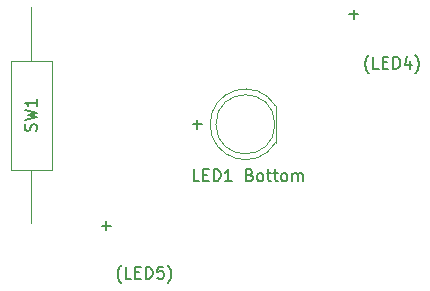
<source format=gbr>
%TF.GenerationSoftware,KiCad,Pcbnew,7.0.10*%
%TF.CreationDate,2024-03-05T20:04:54+01:00*%
%TF.ProjectId,spaceEggs,73706163-6545-4676-9773-2e6b69636164,rev?*%
%TF.SameCoordinates,Original*%
%TF.FileFunction,Legend,Top*%
%TF.FilePolarity,Positive*%
%FSLAX46Y46*%
G04 Gerber Fmt 4.6, Leading zero omitted, Abs format (unit mm)*
G04 Created by KiCad (PCBNEW 7.0.10) date 2024-03-05 20:04:54*
%MOMM*%
%LPD*%
G01*
G04 APERTURE LIST*
%ADD10C,0.150000*%
%ADD11C,0.120000*%
G04 APERTURE END LIST*
D10*
X115812969Y-67814819D02*
X115336779Y-67814819D01*
X115336779Y-67814819D02*
X115336779Y-66814819D01*
X116146303Y-67291009D02*
X116479636Y-67291009D01*
X116622493Y-67814819D02*
X116146303Y-67814819D01*
X116146303Y-67814819D02*
X116146303Y-66814819D01*
X116146303Y-66814819D02*
X116622493Y-66814819D01*
X117051065Y-67814819D02*
X117051065Y-66814819D01*
X117051065Y-66814819D02*
X117289160Y-66814819D01*
X117289160Y-66814819D02*
X117432017Y-66862438D01*
X117432017Y-66862438D02*
X117527255Y-66957676D01*
X117527255Y-66957676D02*
X117574874Y-67052914D01*
X117574874Y-67052914D02*
X117622493Y-67243390D01*
X117622493Y-67243390D02*
X117622493Y-67386247D01*
X117622493Y-67386247D02*
X117574874Y-67576723D01*
X117574874Y-67576723D02*
X117527255Y-67671961D01*
X117527255Y-67671961D02*
X117432017Y-67767200D01*
X117432017Y-67767200D02*
X117289160Y-67814819D01*
X117289160Y-67814819D02*
X117051065Y-67814819D01*
X118574874Y-67814819D02*
X118003446Y-67814819D01*
X118289160Y-67814819D02*
X118289160Y-66814819D01*
X118289160Y-66814819D02*
X118193922Y-66957676D01*
X118193922Y-66957676D02*
X118098684Y-67052914D01*
X118098684Y-67052914D02*
X118003446Y-67100533D01*
X120098684Y-67291009D02*
X120241541Y-67338628D01*
X120241541Y-67338628D02*
X120289160Y-67386247D01*
X120289160Y-67386247D02*
X120336779Y-67481485D01*
X120336779Y-67481485D02*
X120336779Y-67624342D01*
X120336779Y-67624342D02*
X120289160Y-67719580D01*
X120289160Y-67719580D02*
X120241541Y-67767200D01*
X120241541Y-67767200D02*
X120146303Y-67814819D01*
X120146303Y-67814819D02*
X119765351Y-67814819D01*
X119765351Y-67814819D02*
X119765351Y-66814819D01*
X119765351Y-66814819D02*
X120098684Y-66814819D01*
X120098684Y-66814819D02*
X120193922Y-66862438D01*
X120193922Y-66862438D02*
X120241541Y-66910057D01*
X120241541Y-66910057D02*
X120289160Y-67005295D01*
X120289160Y-67005295D02*
X120289160Y-67100533D01*
X120289160Y-67100533D02*
X120241541Y-67195771D01*
X120241541Y-67195771D02*
X120193922Y-67243390D01*
X120193922Y-67243390D02*
X120098684Y-67291009D01*
X120098684Y-67291009D02*
X119765351Y-67291009D01*
X120908208Y-67814819D02*
X120812970Y-67767200D01*
X120812970Y-67767200D02*
X120765351Y-67719580D01*
X120765351Y-67719580D02*
X120717732Y-67624342D01*
X120717732Y-67624342D02*
X120717732Y-67338628D01*
X120717732Y-67338628D02*
X120765351Y-67243390D01*
X120765351Y-67243390D02*
X120812970Y-67195771D01*
X120812970Y-67195771D02*
X120908208Y-67148152D01*
X120908208Y-67148152D02*
X121051065Y-67148152D01*
X121051065Y-67148152D02*
X121146303Y-67195771D01*
X121146303Y-67195771D02*
X121193922Y-67243390D01*
X121193922Y-67243390D02*
X121241541Y-67338628D01*
X121241541Y-67338628D02*
X121241541Y-67624342D01*
X121241541Y-67624342D02*
X121193922Y-67719580D01*
X121193922Y-67719580D02*
X121146303Y-67767200D01*
X121146303Y-67767200D02*
X121051065Y-67814819D01*
X121051065Y-67814819D02*
X120908208Y-67814819D01*
X121527256Y-67148152D02*
X121908208Y-67148152D01*
X121670113Y-66814819D02*
X121670113Y-67671961D01*
X121670113Y-67671961D02*
X121717732Y-67767200D01*
X121717732Y-67767200D02*
X121812970Y-67814819D01*
X121812970Y-67814819D02*
X121908208Y-67814819D01*
X122098685Y-67148152D02*
X122479637Y-67148152D01*
X122241542Y-66814819D02*
X122241542Y-67671961D01*
X122241542Y-67671961D02*
X122289161Y-67767200D01*
X122289161Y-67767200D02*
X122384399Y-67814819D01*
X122384399Y-67814819D02*
X122479637Y-67814819D01*
X122955828Y-67814819D02*
X122860590Y-67767200D01*
X122860590Y-67767200D02*
X122812971Y-67719580D01*
X122812971Y-67719580D02*
X122765352Y-67624342D01*
X122765352Y-67624342D02*
X122765352Y-67338628D01*
X122765352Y-67338628D02*
X122812971Y-67243390D01*
X122812971Y-67243390D02*
X122860590Y-67195771D01*
X122860590Y-67195771D02*
X122955828Y-67148152D01*
X122955828Y-67148152D02*
X123098685Y-67148152D01*
X123098685Y-67148152D02*
X123193923Y-67195771D01*
X123193923Y-67195771D02*
X123241542Y-67243390D01*
X123241542Y-67243390D02*
X123289161Y-67338628D01*
X123289161Y-67338628D02*
X123289161Y-67624342D01*
X123289161Y-67624342D02*
X123241542Y-67719580D01*
X123241542Y-67719580D02*
X123193923Y-67767200D01*
X123193923Y-67767200D02*
X123098685Y-67814819D01*
X123098685Y-67814819D02*
X122955828Y-67814819D01*
X123717733Y-67814819D02*
X123717733Y-67148152D01*
X123717733Y-67243390D02*
X123765352Y-67195771D01*
X123765352Y-67195771D02*
X123860590Y-67148152D01*
X123860590Y-67148152D02*
X124003447Y-67148152D01*
X124003447Y-67148152D02*
X124098685Y-67195771D01*
X124098685Y-67195771D02*
X124146304Y-67291009D01*
X124146304Y-67291009D02*
X124146304Y-67814819D01*
X124146304Y-67291009D02*
X124193923Y-67195771D01*
X124193923Y-67195771D02*
X124289161Y-67148152D01*
X124289161Y-67148152D02*
X124432018Y-67148152D01*
X124432018Y-67148152D02*
X124527257Y-67195771D01*
X124527257Y-67195771D02*
X124574876Y-67291009D01*
X124574876Y-67291009D02*
X124574876Y-67814819D01*
X130162493Y-58670771D02*
X130114874Y-58623152D01*
X130114874Y-58623152D02*
X130019636Y-58480295D01*
X130019636Y-58480295D02*
X129972017Y-58385057D01*
X129972017Y-58385057D02*
X129924398Y-58242200D01*
X129924398Y-58242200D02*
X129876779Y-58004104D01*
X129876779Y-58004104D02*
X129876779Y-57813628D01*
X129876779Y-57813628D02*
X129924398Y-57575533D01*
X129924398Y-57575533D02*
X129972017Y-57432676D01*
X129972017Y-57432676D02*
X130019636Y-57337438D01*
X130019636Y-57337438D02*
X130114874Y-57194580D01*
X130114874Y-57194580D02*
X130162493Y-57146961D01*
X131019636Y-58289819D02*
X130543446Y-58289819D01*
X130543446Y-58289819D02*
X130543446Y-57289819D01*
X131352970Y-57766009D02*
X131686303Y-57766009D01*
X131829160Y-58289819D02*
X131352970Y-58289819D01*
X131352970Y-58289819D02*
X131352970Y-57289819D01*
X131352970Y-57289819D02*
X131829160Y-57289819D01*
X132257732Y-58289819D02*
X132257732Y-57289819D01*
X132257732Y-57289819D02*
X132495827Y-57289819D01*
X132495827Y-57289819D02*
X132638684Y-57337438D01*
X132638684Y-57337438D02*
X132733922Y-57432676D01*
X132733922Y-57432676D02*
X132781541Y-57527914D01*
X132781541Y-57527914D02*
X132829160Y-57718390D01*
X132829160Y-57718390D02*
X132829160Y-57861247D01*
X132829160Y-57861247D02*
X132781541Y-58051723D01*
X132781541Y-58051723D02*
X132733922Y-58146961D01*
X132733922Y-58146961D02*
X132638684Y-58242200D01*
X132638684Y-58242200D02*
X132495827Y-58289819D01*
X132495827Y-58289819D02*
X132257732Y-58289819D01*
X133686303Y-57623152D02*
X133686303Y-58289819D01*
X133448208Y-57242200D02*
X133210113Y-57956485D01*
X133210113Y-57956485D02*
X133829160Y-57956485D01*
X134114875Y-58670771D02*
X134162494Y-58623152D01*
X134162494Y-58623152D02*
X134257732Y-58480295D01*
X134257732Y-58480295D02*
X134305351Y-58385057D01*
X134305351Y-58385057D02*
X134352970Y-58242200D01*
X134352970Y-58242200D02*
X134400589Y-58004104D01*
X134400589Y-58004104D02*
X134400589Y-57813628D01*
X134400589Y-57813628D02*
X134352970Y-57575533D01*
X134352970Y-57575533D02*
X134305351Y-57432676D01*
X134305351Y-57432676D02*
X134257732Y-57337438D01*
X134257732Y-57337438D02*
X134162494Y-57194580D01*
X134162494Y-57194580D02*
X134114875Y-57146961D01*
X109207493Y-76450771D02*
X109159874Y-76403152D01*
X109159874Y-76403152D02*
X109064636Y-76260295D01*
X109064636Y-76260295D02*
X109017017Y-76165057D01*
X109017017Y-76165057D02*
X108969398Y-76022200D01*
X108969398Y-76022200D02*
X108921779Y-75784104D01*
X108921779Y-75784104D02*
X108921779Y-75593628D01*
X108921779Y-75593628D02*
X108969398Y-75355533D01*
X108969398Y-75355533D02*
X109017017Y-75212676D01*
X109017017Y-75212676D02*
X109064636Y-75117438D01*
X109064636Y-75117438D02*
X109159874Y-74974580D01*
X109159874Y-74974580D02*
X109207493Y-74926961D01*
X110064636Y-76069819D02*
X109588446Y-76069819D01*
X109588446Y-76069819D02*
X109588446Y-75069819D01*
X110397970Y-75546009D02*
X110731303Y-75546009D01*
X110874160Y-76069819D02*
X110397970Y-76069819D01*
X110397970Y-76069819D02*
X110397970Y-75069819D01*
X110397970Y-75069819D02*
X110874160Y-75069819D01*
X111302732Y-76069819D02*
X111302732Y-75069819D01*
X111302732Y-75069819D02*
X111540827Y-75069819D01*
X111540827Y-75069819D02*
X111683684Y-75117438D01*
X111683684Y-75117438D02*
X111778922Y-75212676D01*
X111778922Y-75212676D02*
X111826541Y-75307914D01*
X111826541Y-75307914D02*
X111874160Y-75498390D01*
X111874160Y-75498390D02*
X111874160Y-75641247D01*
X111874160Y-75641247D02*
X111826541Y-75831723D01*
X111826541Y-75831723D02*
X111778922Y-75926961D01*
X111778922Y-75926961D02*
X111683684Y-76022200D01*
X111683684Y-76022200D02*
X111540827Y-76069819D01*
X111540827Y-76069819D02*
X111302732Y-76069819D01*
X112778922Y-75069819D02*
X112302732Y-75069819D01*
X112302732Y-75069819D02*
X112255113Y-75546009D01*
X112255113Y-75546009D02*
X112302732Y-75498390D01*
X112302732Y-75498390D02*
X112397970Y-75450771D01*
X112397970Y-75450771D02*
X112636065Y-75450771D01*
X112636065Y-75450771D02*
X112731303Y-75498390D01*
X112731303Y-75498390D02*
X112778922Y-75546009D01*
X112778922Y-75546009D02*
X112826541Y-75641247D01*
X112826541Y-75641247D02*
X112826541Y-75879342D01*
X112826541Y-75879342D02*
X112778922Y-75974580D01*
X112778922Y-75974580D02*
X112731303Y-76022200D01*
X112731303Y-76022200D02*
X112636065Y-76069819D01*
X112636065Y-76069819D02*
X112397970Y-76069819D01*
X112397970Y-76069819D02*
X112302732Y-76022200D01*
X112302732Y-76022200D02*
X112255113Y-75974580D01*
X113159875Y-76450771D02*
X113207494Y-76403152D01*
X113207494Y-76403152D02*
X113302732Y-76260295D01*
X113302732Y-76260295D02*
X113350351Y-76165057D01*
X113350351Y-76165057D02*
X113397970Y-76022200D01*
X113397970Y-76022200D02*
X113445589Y-75784104D01*
X113445589Y-75784104D02*
X113445589Y-75593628D01*
X113445589Y-75593628D02*
X113397970Y-75355533D01*
X113397970Y-75355533D02*
X113350351Y-75212676D01*
X113350351Y-75212676D02*
X113302732Y-75117438D01*
X113302732Y-75117438D02*
X113207494Y-74974580D01*
X113207494Y-74974580D02*
X113159875Y-74926961D01*
X115271779Y-62988866D02*
X116033684Y-62988866D01*
X115652731Y-63369819D02*
X115652731Y-62607914D01*
X107569048Y-71588866D02*
X108330953Y-71588866D01*
X107950000Y-71969819D02*
X107950000Y-71207914D01*
X128524048Y-53663866D02*
X129285953Y-53663866D01*
X128905000Y-54044819D02*
X128905000Y-53282914D01*
X102007200Y-63563332D02*
X102054819Y-63420475D01*
X102054819Y-63420475D02*
X102054819Y-63182380D01*
X102054819Y-63182380D02*
X102007200Y-63087142D01*
X102007200Y-63087142D02*
X101959580Y-63039523D01*
X101959580Y-63039523D02*
X101864342Y-62991904D01*
X101864342Y-62991904D02*
X101769104Y-62991904D01*
X101769104Y-62991904D02*
X101673866Y-63039523D01*
X101673866Y-63039523D02*
X101626247Y-63087142D01*
X101626247Y-63087142D02*
X101578628Y-63182380D01*
X101578628Y-63182380D02*
X101531009Y-63372856D01*
X101531009Y-63372856D02*
X101483390Y-63468094D01*
X101483390Y-63468094D02*
X101435771Y-63515713D01*
X101435771Y-63515713D02*
X101340533Y-63563332D01*
X101340533Y-63563332D02*
X101245295Y-63563332D01*
X101245295Y-63563332D02*
X101150057Y-63515713D01*
X101150057Y-63515713D02*
X101102438Y-63468094D01*
X101102438Y-63468094D02*
X101054819Y-63372856D01*
X101054819Y-63372856D02*
X101054819Y-63134761D01*
X101054819Y-63134761D02*
X101102438Y-62991904D01*
X101054819Y-62658570D02*
X102054819Y-62420475D01*
X102054819Y-62420475D02*
X101340533Y-62229999D01*
X101340533Y-62229999D02*
X102054819Y-62039523D01*
X102054819Y-62039523D02*
X101054819Y-61801428D01*
X102054819Y-60896666D02*
X102054819Y-61468094D01*
X102054819Y-61182380D02*
X101054819Y-61182380D01*
X101054819Y-61182380D02*
X101197676Y-61277618D01*
X101197676Y-61277618D02*
X101292914Y-61372856D01*
X101292914Y-61372856D02*
X101340533Y-61468094D01*
D11*
%TO.C,D2*%
X122290000Y-64545000D02*
X122290000Y-61455000D01*
X116740001Y-62999538D02*
G75*
G03*
X122289999Y-64544830I2989999J-462D01*
G01*
X122290000Y-61455170D02*
G75*
G03*
X116740000Y-63000462I-2560000J-1544830D01*
G01*
X122230000Y-63000000D02*
G75*
G03*
X117230000Y-63000000I-2500000J0D01*
G01*
X117230000Y-63000000D02*
G75*
G03*
X122230000Y-63000000I2500000J0D01*
G01*
%TO.C,SW1*%
X101600000Y-53110000D02*
X101600000Y-57610000D01*
X103320000Y-57610000D02*
X99880000Y-57610000D01*
X99880000Y-57610000D02*
X99880000Y-66850000D01*
X103320000Y-66850000D02*
X103320000Y-57610000D01*
X99880000Y-66850000D02*
X103320000Y-66850000D01*
X101600000Y-71350000D02*
X101600000Y-66850000D01*
%TD*%
M02*

</source>
